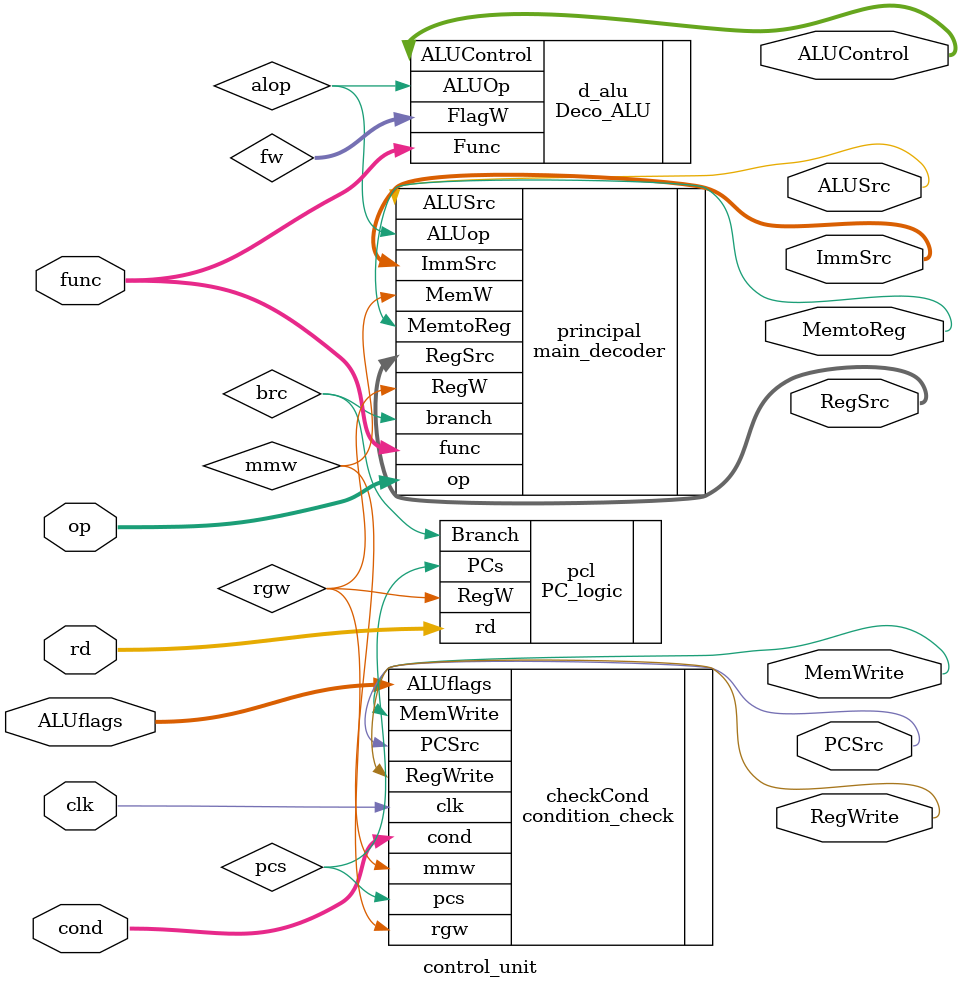
<source format=sv>
module control_unit( clk,cond,op,func,rd,ALUflags,PCSrc,MemtoReg,MemWrite,ALUControl,ALUSrc,ImmSrc,RegWrite,RegSrc);
  input [3:0]cond;
  input [1:0]op;
  input [5:0]func;
  input [3:0]rd;
  input [3:0]ALUflags;
  input clk;
  output PCSrc;
  output MemtoReg;
  output MemWrite;
  output [1:0]ALUControl;
  output ALUSrc;
  output [1:0]ImmSrc;
  output RegWrite;
  output [1:0]RegSrc;
  
  
  wire rgw,mmw,alop,brc,pcs,c_chk;
  wire [1:0] fw;

  main_decoder principal(
	.op(op),
	.func(func),
	.RegW(rgw),
	.MemW(mmw),
	.MemtoReg(MemtoReg),
	.ALUSrc(ALUSrc),
	.ImmSrc(ImmSrc),
	.RegSrc(RegSrc),
	.ALUop(alop),
	.branch(brc)
			  );

	Deco_ALU d_alu(
	.ALUOp(alop),
	.Func(func),
	.ALUControl(ALUControl),
	.FlagW(fw)
	);
	
	PC_logic pcl(
	.rd(rd),
	.RegW(rgw),
	.Branch(brc),
	.PCs(pcs)
	);
	
	condition_check checkCond(
	.clk(clk),
	.pcs(pcs),
	.mmw(mmw),
	.rgw(rgw),
	.ALUflags(ALUflags),
	.cond(cond),
	.PCSrc(PCSrc),
	.MemWrite(MemWrite),
	.RegWrite(RegWrite)
	);


endmodule


</source>
